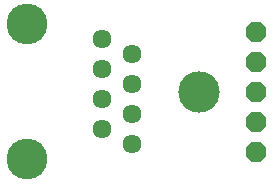
<source format=gbs>
G75*
%MOIN*%
%OFA0B0*%
%FSLAX24Y24*%
%IPPOS*%
%LPD*%
%AMOC8*
5,1,8,0,0,1.08239X$1,22.5*
%
%ADD10C,0.1380*%
%ADD11C,0.0634*%
%ADD12C,0.1360*%
%ADD13OC8,0.0674*%
D10*
X008083Y006583D03*
D11*
X005833Y006833D03*
X004833Y006333D03*
X005833Y005833D03*
X004833Y005333D03*
X005833Y004833D03*
X004833Y007333D03*
X005833Y007833D03*
X004833Y008333D03*
D12*
X002333Y004333D03*
X002333Y008833D03*
D13*
X009983Y008583D03*
X009983Y007583D03*
X009983Y006583D03*
X009983Y005583D03*
X009983Y004583D03*
M02*

</source>
